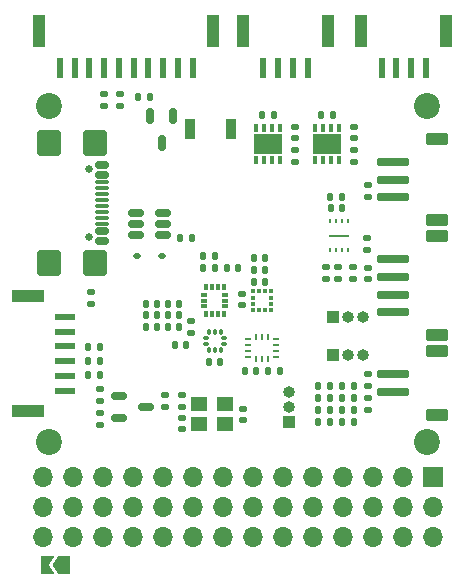
<source format=gbr>
%TF.GenerationSoftware,KiCad,Pcbnew,8.0.8-8.0.8-0~ubuntu24.04.1*%
%TF.CreationDate,2025-02-06T20:59:46+09:00*%
%TF.ProjectId,STM32-FC,53544d33-322d-4464-932e-6b696361645f,rev?*%
%TF.SameCoordinates,Original*%
%TF.FileFunction,Soldermask,Top*%
%TF.FilePolarity,Negative*%
%FSLAX46Y46*%
G04 Gerber Fmt 4.6, Leading zero omitted, Abs format (unit mm)*
G04 Created by KiCad (PCBNEW 8.0.8-8.0.8-0~ubuntu24.04.1) date 2025-02-06 20:59:46*
%MOMM*%
%LPD*%
G01*
G04 APERTURE LIST*
G04 Aperture macros list*
%AMRoundRect*
0 Rectangle with rounded corners*
0 $1 Rounding radius*
0 $2 $3 $4 $5 $6 $7 $8 $9 X,Y pos of 4 corners*
0 Add a 4 corners polygon primitive as box body*
4,1,4,$2,$3,$4,$5,$6,$7,$8,$9,$2,$3,0*
0 Add four circle primitives for the rounded corners*
1,1,$1+$1,$2,$3*
1,1,$1+$1,$4,$5*
1,1,$1+$1,$6,$7*
1,1,$1+$1,$8,$9*
0 Add four rect primitives between the rounded corners*
20,1,$1+$1,$2,$3,$4,$5,0*
20,1,$1+$1,$4,$5,$6,$7,0*
20,1,$1+$1,$6,$7,$8,$9,0*
20,1,$1+$1,$8,$9,$2,$3,0*%
%AMFreePoly0*
4,1,6,1.000000,0.000000,0.500000,-0.750000,-0.500000,-0.750000,-0.500000,0.750000,0.500000,0.750000,1.000000,0.000000,1.000000,0.000000,$1*%
%AMFreePoly1*
4,1,6,0.500000,-0.750000,-0.650000,-0.750000,-0.150000,0.000000,-0.650000,0.750000,0.500000,0.750000,0.500000,-0.750000,0.500000,-0.750000,$1*%
G04 Aperture macros list end*
%ADD10RoundRect,0.135000X0.135000X0.185000X-0.135000X0.185000X-0.135000X-0.185000X0.135000X-0.185000X0*%
%ADD11RoundRect,0.150000X-0.150000X0.512500X-0.150000X-0.512500X0.150000X-0.512500X0.150000X0.512500X0*%
%ADD12RoundRect,0.087500X0.125000X0.087500X-0.125000X0.087500X-0.125000X-0.087500X0.125000X-0.087500X0*%
%ADD13RoundRect,0.087500X0.087500X0.125000X-0.087500X0.125000X-0.087500X-0.125000X0.087500X-0.125000X0*%
%ADD14RoundRect,0.135000X-0.135000X-0.185000X0.135000X-0.185000X0.135000X0.185000X-0.135000X0.185000X0*%
%ADD15RoundRect,0.135000X0.185000X-0.135000X0.185000X0.135000X-0.185000X0.135000X-0.185000X-0.135000X0*%
%ADD16RoundRect,0.135000X-0.185000X0.135000X-0.185000X-0.135000X0.185000X-0.135000X0.185000X0.135000X0*%
%ADD17R,0.300000X0.600000*%
%ADD18R,0.600000X0.300000*%
%ADD19RoundRect,0.140000X0.140000X0.170000X-0.140000X0.170000X-0.140000X-0.170000X0.140000X-0.170000X0*%
%ADD20RoundRect,0.147500X0.147500X0.172500X-0.147500X0.172500X-0.147500X-0.172500X0.147500X-0.172500X0*%
%ADD21R,2.800000X1.000000*%
%ADD22R,1.800000X0.600000*%
%ADD23R,0.304800X0.660400*%
%ADD24R,2.489200X1.701800*%
%ADD25FreePoly0,180.000000*%
%ADD26FreePoly1,180.000000*%
%ADD27C,2.200000*%
%ADD28RoundRect,0.140000X0.170000X-0.140000X0.170000X0.140000X-0.170000X0.140000X-0.170000X-0.140000X0*%
%ADD29RoundRect,0.140000X-0.140000X-0.170000X0.140000X-0.170000X0.140000X0.170000X-0.140000X0.170000X0*%
%ADD30R,0.254000X0.304800*%
%ADD31R,1.651000X0.254000*%
%ADD32RoundRect,0.140000X-0.170000X0.140000X-0.170000X-0.140000X0.170000X-0.140000X0.170000X0.140000X0*%
%ADD33RoundRect,0.150000X-0.512500X-0.150000X0.512500X-0.150000X0.512500X0.150000X-0.512500X0.150000X0*%
%ADD34RoundRect,0.175000X1.175000X-0.175000X1.175000X0.175000X-1.175000X0.175000X-1.175000X-0.175000X0*%
%ADD35RoundRect,0.250000X0.700000X-0.300000X0.700000X0.300000X-0.700000X0.300000X-0.700000X-0.300000X0*%
%ADD36R,1.000000X2.800000*%
%ADD37R,0.600000X1.800000*%
%ADD38R,0.400000X0.400000*%
%ADD39R,0.475000X0.250000*%
%ADD40R,0.250000X0.475000*%
%ADD41RoundRect,0.112500X0.187500X0.112500X-0.187500X0.112500X-0.187500X-0.112500X0.187500X-0.112500X0*%
%ADD42R,0.900000X1.800000*%
%ADD43R,1.400000X1.200000*%
%ADD44C,0.650000*%
%ADD45RoundRect,0.150000X-0.425000X0.150000X-0.425000X-0.150000X0.425000X-0.150000X0.425000X0.150000X0*%
%ADD46RoundRect,0.075000X-0.500000X0.075000X-0.500000X-0.075000X0.500000X-0.075000X0.500000X0.075000X0*%
%ADD47RoundRect,0.250000X-0.750000X0.840000X-0.750000X-0.840000X0.750000X-0.840000X0.750000X0.840000X0*%
%ADD48R,1.000000X1.000000*%
%ADD49O,1.000000X1.000000*%
%ADD50R,1.700000X1.700000*%
%ADD51O,1.700000X1.700000*%
G04 APERTURE END LIST*
D10*
%TO.C,R28*%
X127310000Y-97900000D03*
X126290000Y-97900000D03*
%TD*%
D11*
%TO.C,Q1*%
X133450000Y-78362500D03*
X131550000Y-78362500D03*
X132500000Y-80637500D03*
%TD*%
D12*
%TO.C,U9*%
X137762500Y-97650000D03*
X137762500Y-97150000D03*
D13*
X137500000Y-96637500D03*
X137000000Y-96637500D03*
X136500000Y-96637500D03*
D12*
X136237500Y-97150000D03*
X136237500Y-97650000D03*
D13*
X136500000Y-98162500D03*
X137000000Y-98162500D03*
X137500000Y-98162500D03*
%TD*%
D10*
%TO.C,R27*%
X127310000Y-99150000D03*
X126290000Y-99150000D03*
%TD*%
D14*
%TO.C,R26*%
X130490000Y-76800000D03*
X131510000Y-76800000D03*
%TD*%
%TO.C,R15*%
X146790000Y-85200000D03*
X147810000Y-85200000D03*
%TD*%
D15*
%TO.C,R11*%
X148700000Y-92210000D03*
X148700000Y-91190000D03*
%TD*%
D16*
%TO.C,R20*%
X127250000Y-103490000D03*
X127250000Y-104510000D03*
%TD*%
D17*
%TO.C,U7*%
X136250000Y-95150000D03*
X136750000Y-95150000D03*
X137250000Y-95150000D03*
X137750000Y-95150000D03*
D18*
X137900000Y-94500000D03*
X137900000Y-94000000D03*
X137900000Y-93500000D03*
D17*
X137750000Y-92850000D03*
X137250000Y-92850000D03*
X136750000Y-92850000D03*
X136250000Y-92850000D03*
D18*
X136100000Y-93500000D03*
X136100000Y-94000000D03*
X136100000Y-94500000D03*
%TD*%
D19*
%TO.C,C7*%
X134000000Y-94250000D03*
X133040000Y-94250000D03*
%TD*%
D20*
%TO.C,D4*%
X146735000Y-102250000D03*
X145765000Y-102250000D03*
%TD*%
D19*
%TO.C,C2*%
X133980000Y-96250000D03*
X133020000Y-96250000D03*
%TD*%
D21*
%TO.C,J10*%
X121150000Y-93650000D03*
X121150000Y-103350000D03*
D22*
X124350000Y-95375000D03*
X124350000Y-96625000D03*
X124350000Y-97875000D03*
X124350000Y-99125000D03*
X124350000Y-100375000D03*
X124350000Y-101625000D03*
%TD*%
D23*
%TO.C,U10*%
X140509400Y-82121600D03*
X141169800Y-82121600D03*
X141830200Y-82121600D03*
X142490600Y-82121600D03*
X142490600Y-79378400D03*
X141830200Y-79378400D03*
X141169800Y-79378400D03*
X140509400Y-79378400D03*
D24*
X141500000Y-80750000D03*
%TD*%
D25*
%TO.C,JP1*%
X124225000Y-116400000D03*
D26*
X122775000Y-116400000D03*
%TD*%
D27*
%TO.C,H1*%
X123000000Y-77500000D03*
%TD*%
%TO.C,H3*%
X123000000Y-106000000D03*
%TD*%
D20*
%TO.C,D5*%
X146735000Y-103250000D03*
X145765000Y-103250000D03*
%TD*%
D15*
%TO.C,R13*%
X146400000Y-92210000D03*
X146400000Y-91190000D03*
%TD*%
D16*
%TO.C,R9*%
X126500000Y-93240000D03*
X126500000Y-94260000D03*
%TD*%
D19*
%TO.C,C19*%
X147780000Y-86200000D03*
X146820000Y-86200000D03*
%TD*%
D28*
%TO.C,C1*%
X139400000Y-104100000D03*
X139400000Y-103140000D03*
%TD*%
D29*
%TO.C,C28*%
X140320000Y-91400000D03*
X141280000Y-91400000D03*
%TD*%
D15*
%TO.C,R3*%
X134200000Y-103010000D03*
X134200000Y-101990000D03*
%TD*%
D27*
%TO.C,H4*%
X155000000Y-106000000D03*
%TD*%
D15*
%TO.C,R17*%
X150000000Y-103260000D03*
X150000000Y-102240000D03*
%TD*%
%TO.C,R18*%
X150000000Y-101260000D03*
X150000000Y-100240000D03*
%TD*%
D30*
%TO.C,U5*%
X148250189Y-87255400D03*
X147750063Y-87255400D03*
X147249937Y-87255400D03*
X146749811Y-87255400D03*
X146749811Y-89744600D03*
X147249937Y-89744600D03*
X147750063Y-89744600D03*
X148250189Y-89744600D03*
D31*
X147500000Y-88500000D03*
%TD*%
D14*
%TO.C,R7*%
X147740000Y-102250000D03*
X148760000Y-102250000D03*
%TD*%
D29*
%TO.C,C10*%
X131140000Y-96250000D03*
X132100000Y-96250000D03*
%TD*%
D15*
%TO.C,R12*%
X147400000Y-92210000D03*
X147400000Y-91190000D03*
%TD*%
D32*
%TO.C,C33*%
X148750000Y-81270000D03*
X148750000Y-82230000D03*
%TD*%
D19*
%TO.C,C35*%
X134580000Y-97800000D03*
X133620000Y-97800000D03*
%TD*%
D33*
%TO.C,U2*%
X130362500Y-86550000D03*
X130362500Y-87500000D03*
X130362500Y-88450000D03*
X132637500Y-88450000D03*
X132637500Y-87500000D03*
X132637500Y-86550000D03*
%TD*%
D28*
%TO.C,C32*%
X143750000Y-80230000D03*
X143750000Y-79270000D03*
%TD*%
%TO.C,C30*%
X139300000Y-94380000D03*
X139300000Y-93420000D03*
%TD*%
D15*
%TO.C,R21*%
X127250000Y-102510000D03*
X127250000Y-101490000D03*
%TD*%
%TO.C,R14*%
X149900000Y-89710000D03*
X149900000Y-88690000D03*
%TD*%
%TO.C,R23*%
X127600000Y-77510000D03*
X127600000Y-76490000D03*
%TD*%
D29*
%TO.C,C26*%
X136520000Y-99200000D03*
X137480000Y-99200000D03*
%TD*%
D16*
%TO.C,R16*%
X135000000Y-95740000D03*
X135000000Y-96760000D03*
%TD*%
D14*
%TO.C,R4*%
X147740000Y-104250000D03*
X148760000Y-104250000D03*
%TD*%
D34*
%TO.C,J5*%
X152100000Y-101750000D03*
X152100000Y-100250000D03*
D35*
X155800000Y-103700000D03*
X155800000Y-98300000D03*
%TD*%
D20*
%TO.C,D2*%
X146735000Y-101250000D03*
X145765000Y-101250000D03*
%TD*%
D36*
%TO.C,J9*%
X136850000Y-71150000D03*
X122150000Y-71150000D03*
D37*
X135125000Y-74350000D03*
X133875000Y-74350000D03*
X132625000Y-74350000D03*
X131375000Y-74350000D03*
X130125000Y-74350000D03*
X128875000Y-74350000D03*
X127625000Y-74350000D03*
X126375000Y-74350000D03*
X125125000Y-74350000D03*
X123875000Y-74350000D03*
%TD*%
D29*
%TO.C,C29*%
X140320000Y-90400000D03*
X141280000Y-90400000D03*
%TD*%
D15*
%TO.C,R24*%
X129000000Y-77510000D03*
X129000000Y-76490000D03*
%TD*%
D29*
%TO.C,C8*%
X131140000Y-94250000D03*
X132100000Y-94250000D03*
%TD*%
D14*
%TO.C,R6*%
X147740000Y-101250000D03*
X148760000Y-101250000D03*
%TD*%
D32*
%TO.C,C34*%
X143750000Y-81270000D03*
X143750000Y-82230000D03*
%TD*%
D23*
%TO.C,U11*%
X145509400Y-82121600D03*
X146169800Y-82121600D03*
X146830200Y-82121600D03*
X147490600Y-82121600D03*
X147490600Y-79378400D03*
X146830200Y-79378400D03*
X146169800Y-79378400D03*
X145509400Y-79378400D03*
D24*
X146500000Y-80750000D03*
%TD*%
D19*
%TO.C,C24*%
X136980000Y-90250000D03*
X136020000Y-90250000D03*
%TD*%
D29*
%TO.C,C27*%
X140320000Y-92400000D03*
X141280000Y-92400000D03*
%TD*%
D14*
%TO.C,R33*%
X140990000Y-78250000D03*
X142010000Y-78250000D03*
%TD*%
D29*
%TO.C,C21*%
X139520000Y-100000000D03*
X140480000Y-100000000D03*
%TD*%
D15*
%TO.C,R19*%
X150000000Y-85260000D03*
X150000000Y-84240000D03*
%TD*%
D34*
%TO.C,J8*%
X152100000Y-95000000D03*
X152100000Y-93500000D03*
X152100000Y-92000000D03*
X152100000Y-90500000D03*
D35*
X155800000Y-96950000D03*
X155800000Y-88550000D03*
%TD*%
D38*
%TO.C,U8*%
X140250000Y-94800000D03*
X140750000Y-94800000D03*
X141250000Y-94800000D03*
X141750000Y-94800000D03*
X141750000Y-94250000D03*
X141750000Y-93750000D03*
X141750000Y-93200000D03*
X141250000Y-93200000D03*
X140750000Y-93200000D03*
X140250000Y-93200000D03*
X140250000Y-93750000D03*
X140250000Y-94250000D03*
%TD*%
D32*
%TO.C,C4*%
X134200000Y-103920000D03*
X134200000Y-104880000D03*
%TD*%
D39*
%TO.C,U6*%
X139837000Y-97250000D03*
X139837000Y-97750000D03*
X139837000Y-98250000D03*
X139837000Y-98750000D03*
D40*
X140500000Y-98913000D03*
X141000000Y-98913000D03*
X141500000Y-98913000D03*
D39*
X142163000Y-98750000D03*
X142163000Y-98250000D03*
X142163000Y-97750000D03*
X142163000Y-97250000D03*
D40*
X141500000Y-97087000D03*
X141000000Y-97087000D03*
X140500000Y-97087000D03*
%TD*%
D41*
%TO.C,D6*%
X132550000Y-90200000D03*
X130450000Y-90200000D03*
%TD*%
D14*
%TO.C,R8*%
X147740000Y-103250000D03*
X148760000Y-103250000D03*
%TD*%
D28*
%TO.C,C20*%
X150000000Y-92180000D03*
X150000000Y-91220000D03*
%TD*%
%TO.C,C31*%
X148750000Y-80230000D03*
X148750000Y-79270000D03*
%TD*%
D29*
%TO.C,C23*%
X141520000Y-100000000D03*
X142480000Y-100000000D03*
%TD*%
D10*
%TO.C,R10*%
X135110000Y-88700000D03*
X134090000Y-88700000D03*
%TD*%
D42*
%TO.C,BZ1*%
X138370000Y-79500000D03*
X134870000Y-79500000D03*
%TD*%
D20*
%TO.C,D1*%
X146735000Y-104250000D03*
X145765000Y-104250000D03*
%TD*%
D36*
%TO.C,J15*%
X156600000Y-71150000D03*
X149400000Y-71150000D03*
D37*
X154875000Y-74350000D03*
X153625000Y-74350000D03*
X152375000Y-74350000D03*
X151125000Y-74350000D03*
%TD*%
D14*
%TO.C,R34*%
X145990000Y-78250000D03*
X147010000Y-78250000D03*
%TD*%
D29*
%TO.C,C9*%
X131140000Y-95250000D03*
X132100000Y-95250000D03*
%TD*%
D33*
%TO.C,Q2*%
X128862500Y-102050000D03*
X128862500Y-103950000D03*
X131137500Y-103000000D03*
%TD*%
D34*
%TO.C,J7*%
X152100000Y-85250000D03*
X152100000Y-83750000D03*
X152100000Y-82250000D03*
D35*
X155800000Y-87200000D03*
X155800000Y-80300000D03*
%TD*%
D43*
%TO.C,Y1*%
X137900000Y-102750000D03*
X135700000Y-102750000D03*
X135700000Y-104450000D03*
X137900000Y-104450000D03*
%TD*%
D29*
%TO.C,C25*%
X138020000Y-91250000D03*
X138980000Y-91250000D03*
%TD*%
D10*
%TO.C,R25*%
X127310000Y-100300000D03*
X126290000Y-100300000D03*
%TD*%
D27*
%TO.C,H2*%
X155000000Y-77500000D03*
%TD*%
D44*
%TO.C,J2*%
X126355000Y-82860000D03*
X126355000Y-88640000D03*
D45*
X127430000Y-82550000D03*
X127430000Y-83350000D03*
D46*
X127430000Y-84500000D03*
X127430000Y-85500000D03*
X127430000Y-86000000D03*
X127430000Y-87000000D03*
D45*
X127430000Y-88150000D03*
X127430000Y-88950000D03*
X127430000Y-88950000D03*
X127430000Y-88150000D03*
D46*
X127430000Y-87500000D03*
X127430000Y-86500000D03*
X127430000Y-85000000D03*
X127430000Y-84000000D03*
D45*
X127430000Y-83350000D03*
X127430000Y-82550000D03*
D47*
X126855000Y-80640000D03*
X122925000Y-80640000D03*
X126855000Y-90860000D03*
X122925000Y-90860000D03*
%TD*%
D36*
%TO.C,J14*%
X146600000Y-71150000D03*
X139400000Y-71150000D03*
D37*
X144875000Y-74350000D03*
X143625000Y-74350000D03*
X142375000Y-74350000D03*
X141125000Y-74350000D03*
%TD*%
D19*
%TO.C,C3*%
X134000000Y-95250000D03*
X133040000Y-95250000D03*
%TD*%
%TO.C,C22*%
X136980000Y-91250000D03*
X136020000Y-91250000D03*
%TD*%
D16*
%TO.C,R22*%
X132750000Y-101980000D03*
X132750000Y-103000000D03*
%TD*%
D48*
%TO.C,TP1*%
X147000000Y-95400000D03*
D49*
X148270000Y-95400000D03*
X149540000Y-95400000D03*
%TD*%
D50*
%TO.C,J6*%
X155510000Y-108960000D03*
D51*
X152970000Y-108960000D03*
X150430000Y-108960000D03*
X147890000Y-108960000D03*
X145350000Y-108960000D03*
X142810000Y-108960000D03*
X140270000Y-108960000D03*
X137730000Y-108960000D03*
X135190000Y-108960000D03*
X132650000Y-108960000D03*
X130110000Y-108960000D03*
X127570000Y-108960000D03*
X125030000Y-108960000D03*
X122490000Y-108960000D03*
X155510000Y-111500000D03*
X152970000Y-111500000D03*
X150430000Y-111500000D03*
X147890000Y-111500000D03*
X145350000Y-111500000D03*
X142810000Y-111500000D03*
X140270000Y-111500000D03*
X137730000Y-111500000D03*
X135190000Y-111500000D03*
X132650000Y-111500000D03*
X130110000Y-111500000D03*
X127570000Y-111500000D03*
X125030000Y-111500000D03*
X122490000Y-111500000D03*
X155510000Y-114040000D03*
X152970000Y-114040000D03*
X150430000Y-114040000D03*
X147890000Y-114040000D03*
X145350000Y-114040000D03*
X142810000Y-114040000D03*
X140270000Y-114040000D03*
X137730000Y-114040000D03*
X135190000Y-114040000D03*
X132650000Y-114040000D03*
X130110000Y-114040000D03*
X127570000Y-114040000D03*
X125030000Y-114040000D03*
X122490000Y-114040000D03*
%TD*%
D48*
%TO.C,TP2*%
X143250000Y-104270000D03*
D49*
X143250000Y-103000000D03*
X143250000Y-101730000D03*
%TD*%
D48*
%TO.C,TP3*%
X147000000Y-98600000D03*
D49*
X148270000Y-98600000D03*
X149540000Y-98600000D03*
%TD*%
M02*

</source>
